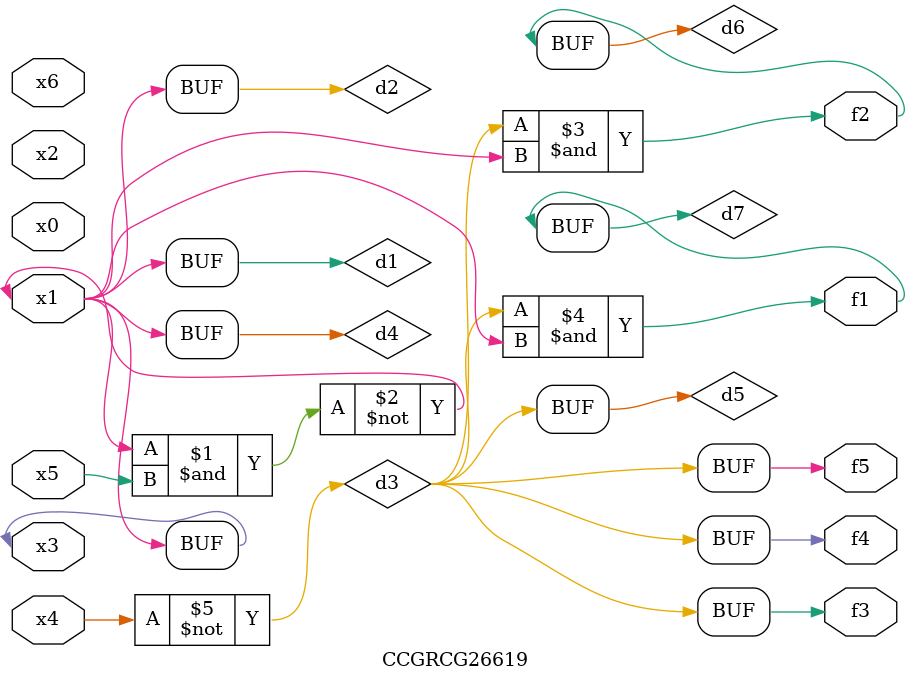
<source format=v>
module CCGRCG26619(
	input x0, x1, x2, x3, x4, x5, x6,
	output f1, f2, f3, f4, f5
);

	wire d1, d2, d3, d4, d5, d6, d7;

	buf (d1, x1, x3);
	nand (d2, x1, x5);
	not (d3, x4);
	buf (d4, d1, d2);
	buf (d5, d3);
	and (d6, d3, d4);
	and (d7, d3, d4);
	assign f1 = d7;
	assign f2 = d6;
	assign f3 = d5;
	assign f4 = d5;
	assign f5 = d5;
endmodule

</source>
